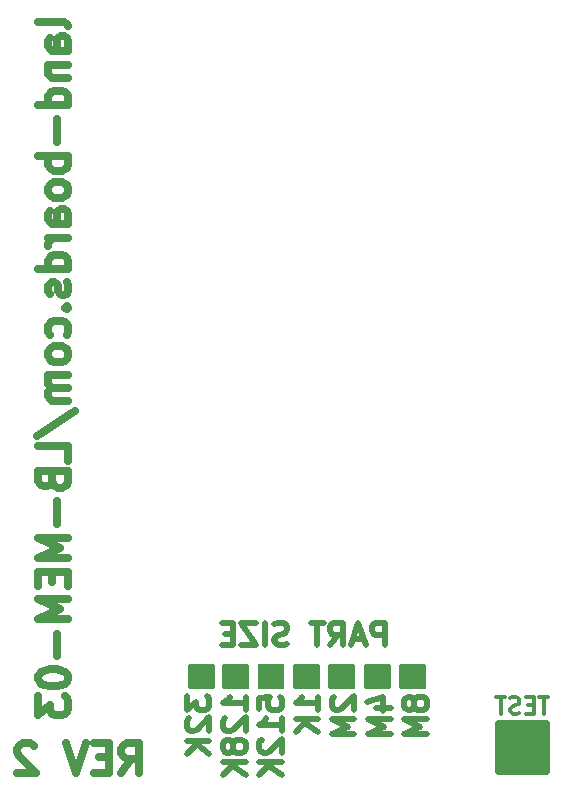
<source format=gbo>
G04 #@! TF.GenerationSoftware,KiCad,Pcbnew,(6.0.1)*
G04 #@! TF.CreationDate,2022-10-07T05:55:18-04:00*
G04 #@! TF.ProjectId,LB-MEM-03,4c422d4d-454d-42d3-9033-2e6b69636164,2*
G04 #@! TF.SameCoordinates,Original*
G04 #@! TF.FileFunction,Legend,Bot*
G04 #@! TF.FilePolarity,Positive*
%FSLAX46Y46*%
G04 Gerber Fmt 4.6, Leading zero omitted, Abs format (unit mm)*
G04 Created by KiCad (PCBNEW (6.0.1)) date 2022-10-07 05:55:18*
%MOMM*%
%LPD*%
G01*
G04 APERTURE LIST*
%ADD10C,0.635000*%
%ADD11C,0.476250*%
%ADD12C,0.349250*%
%ADD13C,0.650000*%
G04 APERTURE END LIST*
D10*
X138563047Y-55928380D02*
X138442095Y-55686476D01*
X138200190Y-55565523D01*
X136023047Y-55565523D01*
X138563047Y-57984571D02*
X137232571Y-57984571D01*
X136990666Y-57863619D01*
X136869714Y-57621714D01*
X136869714Y-57137904D01*
X136990666Y-56896000D01*
X138442095Y-57984571D02*
X138563047Y-57742666D01*
X138563047Y-57137904D01*
X138442095Y-56896000D01*
X138200190Y-56775047D01*
X137958285Y-56775047D01*
X137716380Y-56896000D01*
X137595428Y-57137904D01*
X137595428Y-57742666D01*
X137474476Y-57984571D01*
X136869714Y-59194095D02*
X138563047Y-59194095D01*
X137111619Y-59194095D02*
X136990666Y-59315047D01*
X136869714Y-59556952D01*
X136869714Y-59919809D01*
X136990666Y-60161714D01*
X137232571Y-60282666D01*
X138563047Y-60282666D01*
X138563047Y-62580761D02*
X136023047Y-62580761D01*
X138442095Y-62580761D02*
X138563047Y-62338857D01*
X138563047Y-61855047D01*
X138442095Y-61613142D01*
X138321142Y-61492190D01*
X138079238Y-61371238D01*
X137353523Y-61371238D01*
X137111619Y-61492190D01*
X136990666Y-61613142D01*
X136869714Y-61855047D01*
X136869714Y-62338857D01*
X136990666Y-62580761D01*
X137595428Y-63790285D02*
X137595428Y-65725523D01*
X138563047Y-66935047D02*
X136023047Y-66935047D01*
X136990666Y-66935047D02*
X136869714Y-67176952D01*
X136869714Y-67660761D01*
X136990666Y-67902666D01*
X137111619Y-68023619D01*
X137353523Y-68144571D01*
X138079238Y-68144571D01*
X138321142Y-68023619D01*
X138442095Y-67902666D01*
X138563047Y-67660761D01*
X138563047Y-67176952D01*
X138442095Y-66935047D01*
X138563047Y-69596000D02*
X138442095Y-69354095D01*
X138321142Y-69233142D01*
X138079238Y-69112190D01*
X137353523Y-69112190D01*
X137111619Y-69233142D01*
X136990666Y-69354095D01*
X136869714Y-69596000D01*
X136869714Y-69958857D01*
X136990666Y-70200761D01*
X137111619Y-70321714D01*
X137353523Y-70442666D01*
X138079238Y-70442666D01*
X138321142Y-70321714D01*
X138442095Y-70200761D01*
X138563047Y-69958857D01*
X138563047Y-69596000D01*
X138563047Y-72619809D02*
X137232571Y-72619809D01*
X136990666Y-72498857D01*
X136869714Y-72256952D01*
X136869714Y-71773142D01*
X136990666Y-71531238D01*
X138442095Y-72619809D02*
X138563047Y-72377904D01*
X138563047Y-71773142D01*
X138442095Y-71531238D01*
X138200190Y-71410285D01*
X137958285Y-71410285D01*
X137716380Y-71531238D01*
X137595428Y-71773142D01*
X137595428Y-72377904D01*
X137474476Y-72619809D01*
X138563047Y-73829333D02*
X136869714Y-73829333D01*
X137353523Y-73829333D02*
X137111619Y-73950285D01*
X136990666Y-74071238D01*
X136869714Y-74313142D01*
X136869714Y-74555047D01*
X138563047Y-76490285D02*
X136023047Y-76490285D01*
X138442095Y-76490285D02*
X138563047Y-76248380D01*
X138563047Y-75764571D01*
X138442095Y-75522666D01*
X138321142Y-75401714D01*
X138079238Y-75280761D01*
X137353523Y-75280761D01*
X137111619Y-75401714D01*
X136990666Y-75522666D01*
X136869714Y-75764571D01*
X136869714Y-76248380D01*
X136990666Y-76490285D01*
X138442095Y-77578857D02*
X138563047Y-77820761D01*
X138563047Y-78304571D01*
X138442095Y-78546476D01*
X138200190Y-78667428D01*
X138079238Y-78667428D01*
X137837333Y-78546476D01*
X137716380Y-78304571D01*
X137716380Y-77941714D01*
X137595428Y-77699809D01*
X137353523Y-77578857D01*
X137232571Y-77578857D01*
X136990666Y-77699809D01*
X136869714Y-77941714D01*
X136869714Y-78304571D01*
X136990666Y-78546476D01*
X138321142Y-79756000D02*
X138442095Y-79876952D01*
X138563047Y-79756000D01*
X138442095Y-79635047D01*
X138321142Y-79756000D01*
X138563047Y-79756000D01*
X138442095Y-82054095D02*
X138563047Y-81812190D01*
X138563047Y-81328380D01*
X138442095Y-81086476D01*
X138321142Y-80965523D01*
X138079238Y-80844571D01*
X137353523Y-80844571D01*
X137111619Y-80965523D01*
X136990666Y-81086476D01*
X136869714Y-81328380D01*
X136869714Y-81812190D01*
X136990666Y-82054095D01*
X138563047Y-83505523D02*
X138442095Y-83263619D01*
X138321142Y-83142666D01*
X138079238Y-83021714D01*
X137353523Y-83021714D01*
X137111619Y-83142666D01*
X136990666Y-83263619D01*
X136869714Y-83505523D01*
X136869714Y-83868380D01*
X136990666Y-84110285D01*
X137111619Y-84231238D01*
X137353523Y-84352190D01*
X138079238Y-84352190D01*
X138321142Y-84231238D01*
X138442095Y-84110285D01*
X138563047Y-83868380D01*
X138563047Y-83505523D01*
X138563047Y-85440761D02*
X136869714Y-85440761D01*
X137111619Y-85440761D02*
X136990666Y-85561714D01*
X136869714Y-85803619D01*
X136869714Y-86166476D01*
X136990666Y-86408380D01*
X137232571Y-86529333D01*
X138563047Y-86529333D01*
X137232571Y-86529333D02*
X136990666Y-86650285D01*
X136869714Y-86892190D01*
X136869714Y-87255047D01*
X136990666Y-87496952D01*
X137232571Y-87617904D01*
X138563047Y-87617904D01*
X135902095Y-90641714D02*
X139167809Y-88464571D01*
X138563047Y-92697904D02*
X138563047Y-91488380D01*
X136023047Y-91488380D01*
X137232571Y-94391238D02*
X137353523Y-94754095D01*
X137474476Y-94875047D01*
X137716380Y-94996000D01*
X138079238Y-94996000D01*
X138321142Y-94875047D01*
X138442095Y-94754095D01*
X138563047Y-94512190D01*
X138563047Y-93544571D01*
X136023047Y-93544571D01*
X136023047Y-94391238D01*
X136144000Y-94633142D01*
X136264952Y-94754095D01*
X136506857Y-94875047D01*
X136748761Y-94875047D01*
X136990666Y-94754095D01*
X137111619Y-94633142D01*
X137232571Y-94391238D01*
X137232571Y-93544571D01*
X137595428Y-96084571D02*
X137595428Y-98019809D01*
X138563047Y-99229333D02*
X136023047Y-99229333D01*
X137837333Y-100076000D01*
X136023047Y-100922666D01*
X138563047Y-100922666D01*
X137232571Y-102132190D02*
X137232571Y-102978857D01*
X138563047Y-103341714D02*
X138563047Y-102132190D01*
X136023047Y-102132190D01*
X136023047Y-103341714D01*
X138563047Y-104430285D02*
X136023047Y-104430285D01*
X137837333Y-105276952D01*
X136023047Y-106123619D01*
X138563047Y-106123619D01*
X137595428Y-107333142D02*
X137595428Y-109268380D01*
X136023047Y-110961714D02*
X136023047Y-111203619D01*
X136144000Y-111445523D01*
X136264952Y-111566476D01*
X136506857Y-111687428D01*
X136990666Y-111808380D01*
X137595428Y-111808380D01*
X138079238Y-111687428D01*
X138321142Y-111566476D01*
X138442095Y-111445523D01*
X138563047Y-111203619D01*
X138563047Y-110961714D01*
X138442095Y-110719809D01*
X138321142Y-110598857D01*
X138079238Y-110477904D01*
X137595428Y-110356952D01*
X136990666Y-110356952D01*
X136506857Y-110477904D01*
X136264952Y-110598857D01*
X136144000Y-110719809D01*
X136023047Y-110961714D01*
X136023047Y-112655047D02*
X136023047Y-114227428D01*
X136990666Y-113380761D01*
X136990666Y-113743619D01*
X137111619Y-113985523D01*
X137232571Y-114106476D01*
X137474476Y-114227428D01*
X138079238Y-114227428D01*
X138321142Y-114106476D01*
X138442095Y-113985523D01*
X138563047Y-113743619D01*
X138563047Y-113017904D01*
X138442095Y-112776000D01*
X138321142Y-112655047D01*
X143074571Y-119149040D02*
X143921238Y-117939516D01*
X144526000Y-119149040D02*
X144526000Y-116609040D01*
X143558380Y-116609040D01*
X143316476Y-116729993D01*
X143195523Y-116850945D01*
X143074571Y-117092850D01*
X143074571Y-117455707D01*
X143195523Y-117697612D01*
X143316476Y-117818564D01*
X143558380Y-117939516D01*
X144526000Y-117939516D01*
X141986000Y-117818564D02*
X141139333Y-117818564D01*
X140776476Y-119149040D02*
X141986000Y-119149040D01*
X141986000Y-116609040D01*
X140776476Y-116609040D01*
X140050761Y-116609040D02*
X139204095Y-119149040D01*
X138357428Y-116609040D01*
X135696476Y-116850945D02*
X135575523Y-116729993D01*
X135333619Y-116609040D01*
X134728857Y-116609040D01*
X134486952Y-116729993D01*
X134366000Y-116850945D01*
X134245047Y-117092850D01*
X134245047Y-117334754D01*
X134366000Y-117697612D01*
X135817428Y-119149040D01*
X134245047Y-119149040D01*
D11*
X148617635Y-112607105D02*
X148617635Y-113786391D01*
X149343350Y-113151391D01*
X149343350Y-113423533D01*
X149434064Y-113604962D01*
X149524778Y-113695676D01*
X149706207Y-113786391D01*
X150159778Y-113786391D01*
X150341207Y-113695676D01*
X150431921Y-113604962D01*
X150522635Y-113423533D01*
X150522635Y-112879248D01*
X150431921Y-112697819D01*
X150341207Y-112607105D01*
X148799064Y-114512105D02*
X148708350Y-114602819D01*
X148617635Y-114784248D01*
X148617635Y-115237819D01*
X148708350Y-115419248D01*
X148799064Y-115509962D01*
X148980492Y-115600676D01*
X149161921Y-115600676D01*
X149434064Y-115509962D01*
X150522635Y-114421391D01*
X150522635Y-115600676D01*
X150522635Y-116417105D02*
X148617635Y-116417105D01*
X150522635Y-117505676D02*
X149434064Y-116689248D01*
X148617635Y-117505676D02*
X149706207Y-116417105D01*
X153589685Y-113786391D02*
X153589685Y-112697819D01*
X153589685Y-113242105D02*
X151684685Y-113242105D01*
X151956828Y-113060676D01*
X152138257Y-112879248D01*
X152228971Y-112697819D01*
X151866114Y-114512105D02*
X151775400Y-114602819D01*
X151684685Y-114784248D01*
X151684685Y-115237819D01*
X151775400Y-115419248D01*
X151866114Y-115509962D01*
X152047542Y-115600676D01*
X152228971Y-115600676D01*
X152501114Y-115509962D01*
X153589685Y-114421391D01*
X153589685Y-115600676D01*
X152501114Y-116689248D02*
X152410400Y-116507819D01*
X152319685Y-116417105D01*
X152138257Y-116326391D01*
X152047542Y-116326391D01*
X151866114Y-116417105D01*
X151775400Y-116507819D01*
X151684685Y-116689248D01*
X151684685Y-117052105D01*
X151775400Y-117233533D01*
X151866114Y-117324248D01*
X152047542Y-117414962D01*
X152138257Y-117414962D01*
X152319685Y-117324248D01*
X152410400Y-117233533D01*
X152501114Y-117052105D01*
X152501114Y-116689248D01*
X152591828Y-116507819D01*
X152682542Y-116417105D01*
X152863971Y-116326391D01*
X153226828Y-116326391D01*
X153408257Y-116417105D01*
X153498971Y-116507819D01*
X153589685Y-116689248D01*
X153589685Y-117052105D01*
X153498971Y-117233533D01*
X153408257Y-117324248D01*
X153226828Y-117414962D01*
X152863971Y-117414962D01*
X152682542Y-117324248D01*
X152591828Y-117233533D01*
X152501114Y-117052105D01*
X153589685Y-118231391D02*
X151684685Y-118231391D01*
X153589685Y-119319962D02*
X152501114Y-118503533D01*
X151684685Y-119319962D02*
X152773257Y-118231391D01*
X154751735Y-113695676D02*
X154751735Y-112788533D01*
X155658878Y-112697819D01*
X155568164Y-112788533D01*
X155477450Y-112969962D01*
X155477450Y-113423533D01*
X155568164Y-113604962D01*
X155658878Y-113695676D01*
X155840307Y-113786391D01*
X156293878Y-113786391D01*
X156475307Y-113695676D01*
X156566021Y-113604962D01*
X156656735Y-113423533D01*
X156656735Y-112969962D01*
X156566021Y-112788533D01*
X156475307Y-112697819D01*
X156656735Y-115600676D02*
X156656735Y-114512105D01*
X156656735Y-115056391D02*
X154751735Y-115056391D01*
X155023878Y-114874962D01*
X155205307Y-114693533D01*
X155296021Y-114512105D01*
X154933164Y-116326391D02*
X154842450Y-116417105D01*
X154751735Y-116598533D01*
X154751735Y-117052105D01*
X154842450Y-117233533D01*
X154933164Y-117324248D01*
X155114592Y-117414962D01*
X155296021Y-117414962D01*
X155568164Y-117324248D01*
X156656735Y-116235676D01*
X156656735Y-117414962D01*
X156656735Y-118231391D02*
X154751735Y-118231391D01*
X156656735Y-119319962D02*
X155568164Y-118503533D01*
X154751735Y-119319962D02*
X155840307Y-118231391D01*
X159723785Y-113786391D02*
X159723785Y-112697819D01*
X159723785Y-113242105D02*
X157818785Y-113242105D01*
X158090928Y-113060676D01*
X158272357Y-112879248D01*
X158363071Y-112697819D01*
X159723785Y-114602819D02*
X157818785Y-114602819D01*
X159723785Y-115691391D02*
X158635214Y-114874962D01*
X157818785Y-115691391D02*
X158907357Y-114602819D01*
X161067264Y-112697819D02*
X160976550Y-112788533D01*
X160885835Y-112969962D01*
X160885835Y-113423533D01*
X160976550Y-113604962D01*
X161067264Y-113695676D01*
X161248692Y-113786391D01*
X161430121Y-113786391D01*
X161702264Y-113695676D01*
X162790835Y-112607105D01*
X162790835Y-113786391D01*
X162790835Y-114602819D02*
X160885835Y-114602819D01*
X162246550Y-115237819D01*
X160885835Y-115872819D01*
X162790835Y-115872819D01*
X164587885Y-113604962D02*
X165857885Y-113604962D01*
X163862171Y-113151391D02*
X165222885Y-112697819D01*
X165222885Y-113877105D01*
X165857885Y-114602819D02*
X163952885Y-114602819D01*
X165313600Y-115237819D01*
X163952885Y-115872819D01*
X165857885Y-115872819D01*
X167836364Y-113060676D02*
X167745650Y-112879248D01*
X167654935Y-112788533D01*
X167473507Y-112697819D01*
X167382792Y-112697819D01*
X167201364Y-112788533D01*
X167110650Y-112879248D01*
X167019935Y-113060676D01*
X167019935Y-113423533D01*
X167110650Y-113604962D01*
X167201364Y-113695676D01*
X167382792Y-113786391D01*
X167473507Y-113786391D01*
X167654935Y-113695676D01*
X167745650Y-113604962D01*
X167836364Y-113423533D01*
X167836364Y-113060676D01*
X167927078Y-112879248D01*
X168017792Y-112788533D01*
X168199221Y-112697819D01*
X168562078Y-112697819D01*
X168743507Y-112788533D01*
X168834221Y-112879248D01*
X168924935Y-113060676D01*
X168924935Y-113423533D01*
X168834221Y-113604962D01*
X168743507Y-113695676D01*
X168562078Y-113786391D01*
X168199221Y-113786391D01*
X168017792Y-113695676D01*
X167927078Y-113604962D01*
X167836364Y-113423533D01*
X168924935Y-114602819D02*
X167019935Y-114602819D01*
X168380650Y-115237819D01*
X167019935Y-115872819D01*
X168924935Y-115872819D01*
X165373866Y-108336785D02*
X165373866Y-106431785D01*
X164648151Y-106431785D01*
X164466723Y-106522500D01*
X164376008Y-106613214D01*
X164285294Y-106794642D01*
X164285294Y-107066785D01*
X164376008Y-107248214D01*
X164466723Y-107338928D01*
X164648151Y-107429642D01*
X165373866Y-107429642D01*
X163559580Y-107792500D02*
X162652437Y-107792500D01*
X163741008Y-108336785D02*
X163106008Y-106431785D01*
X162471008Y-108336785D01*
X160747437Y-108336785D02*
X161382437Y-107429642D01*
X161836008Y-108336785D02*
X161836008Y-106431785D01*
X161110294Y-106431785D01*
X160928866Y-106522500D01*
X160838151Y-106613214D01*
X160747437Y-106794642D01*
X160747437Y-107066785D01*
X160838151Y-107248214D01*
X160928866Y-107338928D01*
X161110294Y-107429642D01*
X161836008Y-107429642D01*
X160203151Y-106431785D02*
X159114580Y-106431785D01*
X159658866Y-108336785D02*
X159658866Y-106431785D01*
X157118866Y-108246071D02*
X156846723Y-108336785D01*
X156393151Y-108336785D01*
X156211723Y-108246071D01*
X156121008Y-108155357D01*
X156030294Y-107973928D01*
X156030294Y-107792500D01*
X156121008Y-107611071D01*
X156211723Y-107520357D01*
X156393151Y-107429642D01*
X156756008Y-107338928D01*
X156937437Y-107248214D01*
X157028151Y-107157500D01*
X157118866Y-106976071D01*
X157118866Y-106794642D01*
X157028151Y-106613214D01*
X156937437Y-106522500D01*
X156756008Y-106431785D01*
X156302437Y-106431785D01*
X156030294Y-106522500D01*
X155213866Y-108336785D02*
X155213866Y-106431785D01*
X154488151Y-106431785D02*
X153218151Y-106431785D01*
X154488151Y-108336785D01*
X153218151Y-108336785D01*
X152492437Y-107338928D02*
X151857437Y-107338928D01*
X151585294Y-108336785D02*
X152492437Y-108336785D01*
X152492437Y-106431785D01*
X151585294Y-106431785D01*
D12*
X179228547Y-112734976D02*
X178430261Y-112734976D01*
X178829404Y-114131976D02*
X178829404Y-112734976D01*
X177964595Y-113400214D02*
X177498928Y-113400214D01*
X177299357Y-114131976D02*
X177964595Y-114131976D01*
X177964595Y-112734976D01*
X177299357Y-112734976D01*
X176767166Y-114065452D02*
X176567595Y-114131976D01*
X176234976Y-114131976D01*
X176101928Y-114065452D01*
X176035404Y-113998928D01*
X175968880Y-113865880D01*
X175968880Y-113732833D01*
X176035404Y-113599785D01*
X176101928Y-113533261D01*
X176234976Y-113466738D01*
X176501071Y-113400214D01*
X176634119Y-113333690D01*
X176700642Y-113267166D01*
X176767166Y-113134119D01*
X176767166Y-113001071D01*
X176700642Y-112868023D01*
X176634119Y-112801500D01*
X176501071Y-112734976D01*
X176168452Y-112734976D01*
X175968880Y-112801500D01*
X175569738Y-112734976D02*
X174771452Y-112734976D01*
X175170595Y-114131976D02*
X175170595Y-112734976D01*
D13*
X175000000Y-119000000D02*
X175000000Y-115000000D01*
X179000000Y-116500000D02*
X179000000Y-117000000D01*
X175000000Y-118500000D02*
X179000000Y-118500000D01*
X179000000Y-117000000D02*
X175000000Y-117000000D01*
X175000000Y-117000000D02*
X175000000Y-117500000D01*
X175000000Y-115000000D02*
X179000000Y-115000000D01*
X175000000Y-117500000D02*
X178500000Y-117500000D01*
X175000000Y-118000000D02*
X175000000Y-118500000D01*
X175000000Y-116500000D02*
X179000000Y-116500000D01*
X179000000Y-117500000D02*
X179000000Y-118000000D01*
X179000000Y-115000000D02*
X179000000Y-119000000D01*
X179000000Y-119000000D02*
X175000000Y-119000000D01*
X178500000Y-117500000D02*
X179000000Y-117500000D01*
X179000000Y-115500000D02*
X179000000Y-116000000D01*
X175000000Y-116000000D02*
X175000000Y-116500000D01*
X175000000Y-115000000D02*
X175000000Y-115500000D01*
X179000000Y-118000000D02*
X175000000Y-118000000D01*
X175000000Y-115500000D02*
X179000000Y-115500000D01*
X179000000Y-116000000D02*
X175000000Y-116000000D01*
G36*
X150908521Y-109911802D02*
G01*
X150955014Y-109965458D01*
X150966400Y-110017800D01*
X150966400Y-111874000D01*
X150946398Y-111942121D01*
X150892742Y-111988614D01*
X150840400Y-112000000D01*
X148831800Y-112000000D01*
X148763679Y-111979998D01*
X148717186Y-111926342D01*
X148705800Y-111874000D01*
X148705800Y-110017800D01*
X148725802Y-109949679D01*
X148779458Y-109903186D01*
X148831800Y-109891800D01*
X150840400Y-109891800D01*
X150908521Y-109911802D01*
G37*
G36*
X153804121Y-109911802D02*
G01*
X153850614Y-109965458D01*
X153862000Y-110017800D01*
X153862000Y-111874000D01*
X153841998Y-111942121D01*
X153788342Y-111988614D01*
X153736000Y-112000000D01*
X151727400Y-112000000D01*
X151659279Y-111979998D01*
X151612786Y-111926342D01*
X151601400Y-111874000D01*
X151601400Y-110017800D01*
X151621402Y-109949679D01*
X151675058Y-109903186D01*
X151727400Y-109891800D01*
X153736000Y-109891800D01*
X153804121Y-109911802D01*
G37*
G36*
X159804121Y-109911802D02*
G01*
X159850614Y-109965458D01*
X159862000Y-110017800D01*
X159862000Y-111874000D01*
X159841998Y-111942121D01*
X159788342Y-111988614D01*
X159736000Y-112000000D01*
X157727400Y-112000000D01*
X157659279Y-111979998D01*
X157612786Y-111926342D01*
X157601400Y-111874000D01*
X157601400Y-110017800D01*
X157621402Y-109949679D01*
X157675058Y-109903186D01*
X157727400Y-109891800D01*
X159736000Y-109891800D01*
X159804121Y-109911802D01*
G37*
G36*
X156801321Y-109911802D02*
G01*
X156847814Y-109965458D01*
X156859200Y-110017800D01*
X156859200Y-111874000D01*
X156839198Y-111942121D01*
X156785542Y-111988614D01*
X156733200Y-112000000D01*
X154724600Y-112000000D01*
X154656479Y-111979998D01*
X154609986Y-111926342D01*
X154598600Y-111874000D01*
X154598600Y-110017800D01*
X154618602Y-109949679D01*
X154672258Y-109903186D01*
X154724600Y-109891800D01*
X156733200Y-109891800D01*
X156801321Y-109911802D01*
G37*
G36*
X162804121Y-109911802D02*
G01*
X162850614Y-109965458D01*
X162862000Y-110017800D01*
X162862000Y-111874000D01*
X162841998Y-111942121D01*
X162788342Y-111988614D01*
X162736000Y-112000000D01*
X160727400Y-112000000D01*
X160659279Y-111979998D01*
X160612786Y-111926342D01*
X160601400Y-111874000D01*
X160601400Y-110017800D01*
X160621402Y-109949679D01*
X160675058Y-109903186D01*
X160727400Y-109891800D01*
X162736000Y-109891800D01*
X162804121Y-109911802D01*
G37*
G36*
X165804121Y-109911802D02*
G01*
X165850614Y-109965458D01*
X165862000Y-110017800D01*
X165862000Y-111874000D01*
X165841998Y-111942121D01*
X165788342Y-111988614D01*
X165736000Y-112000000D01*
X163727400Y-112000000D01*
X163659279Y-111979998D01*
X163612786Y-111926342D01*
X163601400Y-111874000D01*
X163601400Y-110017800D01*
X163621402Y-109949679D01*
X163675058Y-109903186D01*
X163727400Y-109891800D01*
X165736000Y-109891800D01*
X165804121Y-109911802D01*
G37*
G36*
X168804121Y-109911802D02*
G01*
X168850614Y-109965458D01*
X168862000Y-110017800D01*
X168862000Y-111874000D01*
X168841998Y-111942121D01*
X168788342Y-111988614D01*
X168736000Y-112000000D01*
X166727400Y-112000000D01*
X166659279Y-111979998D01*
X166612786Y-111926342D01*
X166601400Y-111874000D01*
X166601400Y-110017800D01*
X166621402Y-109949679D01*
X166675058Y-109903186D01*
X166727400Y-109891800D01*
X168736000Y-109891800D01*
X168804121Y-109911802D01*
G37*
M02*

</source>
